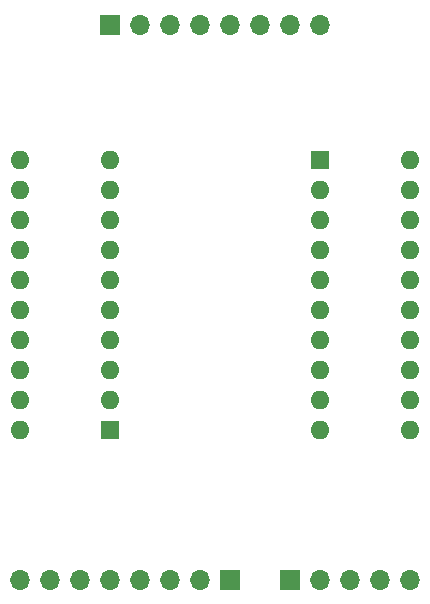
<source format=gbr>
%TF.GenerationSoftware,KiCad,Pcbnew,(6.0.9-0)*%
%TF.CreationDate,2022-12-20T01:23:06-08:00*%
%TF.ProjectId,OSKI8_REGISTER,4f534b49-385f-4524-9547-49535445522e,rev?*%
%TF.SameCoordinates,Original*%
%TF.FileFunction,Soldermask,Bot*%
%TF.FilePolarity,Negative*%
%FSLAX46Y46*%
G04 Gerber Fmt 4.6, Leading zero omitted, Abs format (unit mm)*
G04 Created by KiCad (PCBNEW (6.0.9-0)) date 2022-12-20 01:23:06*
%MOMM*%
%LPD*%
G01*
G04 APERTURE LIST*
%ADD10R,1.700000X1.700000*%
%ADD11O,1.700000X1.700000*%
%ADD12R,1.600000X1.600000*%
%ADD13O,1.600000X1.600000*%
G04 APERTURE END LIST*
D10*
%TO.C,DATA_BUS1*%
X142255000Y-62230000D03*
D11*
X144795000Y-62230000D03*
X147335000Y-62230000D03*
X149875000Y-62230000D03*
X152415000Y-62230000D03*
X154955000Y-62230000D03*
X157495000Y-62230000D03*
X160035000Y-62230000D03*
%TD*%
D12*
%TO.C,U2*%
X160020000Y-73660000D03*
D13*
X160020000Y-76200000D03*
X160020000Y-78740000D03*
X160020000Y-81280000D03*
X160020000Y-83820000D03*
X160020000Y-86360000D03*
X160020000Y-88900000D03*
X160020000Y-91440000D03*
X160020000Y-93980000D03*
X160020000Y-96520000D03*
X167640000Y-96520000D03*
X167640000Y-93980000D03*
X167640000Y-91440000D03*
X167640000Y-88900000D03*
X167640000Y-86360000D03*
X167640000Y-83820000D03*
X167640000Y-81280000D03*
X167640000Y-78740000D03*
X167640000Y-76200000D03*
X167640000Y-73660000D03*
%TD*%
D10*
%TO.C,CONTROL1*%
X157480000Y-109220000D03*
D11*
X160020000Y-109220000D03*
X162560000Y-109220000D03*
X165100000Y-109220000D03*
X167640000Y-109220000D03*
%TD*%
D10*
%TO.C,LED_OUT1*%
X152400000Y-109220000D03*
D11*
X149860000Y-109220000D03*
X147320000Y-109220000D03*
X144780000Y-109220000D03*
X142240000Y-109220000D03*
X139700000Y-109220000D03*
X137160000Y-109220000D03*
X134620000Y-109220000D03*
%TD*%
D12*
%TO.C,U1*%
X142240000Y-96520000D03*
D13*
X142240000Y-93980000D03*
X142240000Y-91440000D03*
X142240000Y-88900000D03*
X142240000Y-86360000D03*
X142240000Y-83820000D03*
X142240000Y-81280000D03*
X142240000Y-78740000D03*
X142240000Y-76200000D03*
X142240000Y-73660000D03*
X134620000Y-73660000D03*
X134620000Y-76200000D03*
X134620000Y-78740000D03*
X134620000Y-81280000D03*
X134620000Y-83820000D03*
X134620000Y-86360000D03*
X134620000Y-88900000D03*
X134620000Y-91440000D03*
X134620000Y-93980000D03*
X134620000Y-96520000D03*
%TD*%
M02*

</source>
